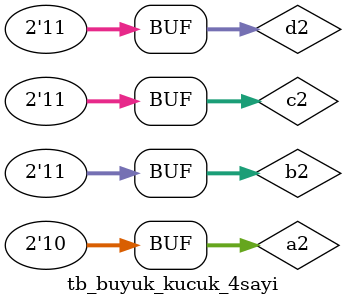
<source format=v>
`timescale 1ns / 1ps


module tb_buyuk_kucuk_4sayi();
    
    reg[1:0] a2, b2, c2, d2;
    wire[1:0] e2;
    
    buyuk_kucuk_4sayi uut(
        .a2(a2),
        .b2(b2),
        .c2(c2),
        .d2(d2),
        .e2(e2)
    );
    
    initial begin
    a2= 2'd0;
    b2= 2'd1;
    c2= 2'd2;
    d2= 2'd3;
    #50
    a2= 2'd2;
    b2= 2'd3;
    c2= 2'd1;
    d2= 2'd1;
    #50
    a2= 2'd3;
    b2= 2'd3;
    c2= 2'd2;
    d2= 2'd1;
    #50
    a2= 2'd2;
    b2= 2'd3;
    c2= 2'd3;
    d2= 2'd3;
    end
endmodule

</source>
